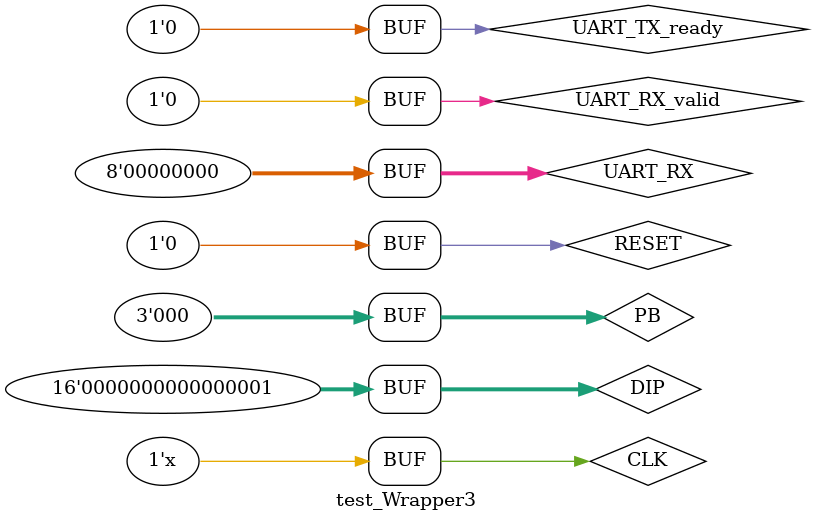
<source format=v>
`timescale 1ns / 1ps


module test_Wrapper3 #(
	   parameter N_LEDs_OUT	= 8,					
	   parameter N_DIPs		= 16,
	   parameter N_PBs		= 3 
	)
	(
	);
	
	// Signals for the Unit Under Test (UUT)
	reg  [N_DIPs-1:0] DIP = 0;		
	reg  [N_PBs-1:0] PB = 0;			
	wire [N_LEDs_OUT-1:0] LED_OUT;
	wire [6:0] LED_PC;			
	wire [31:0] SEVENSEGHEX;	
	wire [7:0] UART_TX;
	reg  UART_TX_ready = 0;
	wire UART_TX_valid;
	reg  [7:0] UART_RX = 0;
	reg  UART_RX_valid = 0;
	wire UART_RX_ack;
	wire OLED_Write;
	wire [6:0] OLED_Col;
	wire [5:0] OLED_Row;
	wire [23:0] OLED_Data;
	reg [31:0] ACCEL_Data;
	wire ACCEL_DReady;			
	reg  RESET = 0;	
	reg  CLK = 0;				
	
	// Instantiate UUT
    Wrapper dut(DIP, PB, LED_OUT, LED_PC, SEVENSEGHEX, UART_TX, UART_TX_ready, UART_TX_valid, UART_RX, UART_RX_valid, UART_RX_ack, OLED_Write, OLED_Col, OLED_Row, OLED_Data, ACCEL_Data, ACCEL_DReady, RESET, CLK) ;

	
	// Note: This testbench is for DIP_to_LED program. Other assembly programs require appropriate modifications.
	// STIMULI
    initial
    begin
	RESET = 1; #10; RESET = 0; //hold reset state for 10 ns.
	end
	
	always begin
	
	DIP = 16'h0001; #100;
    end
   
	
	// GENERATE CLOCK       
    always          
    begin
       #5 CLK = ~CLK ; // invert clk every 5 time units 
    end
    
endmodule


</source>
